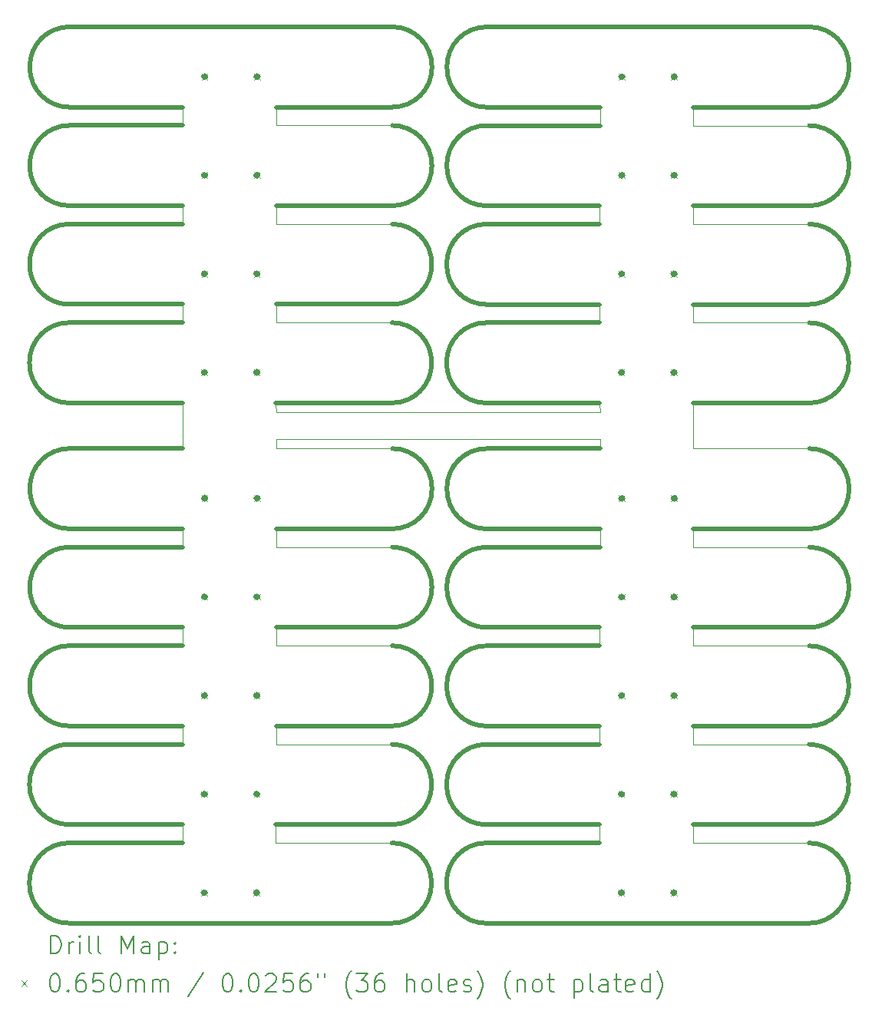
<source format=gbr>
%TF.GenerationSoftware,KiCad,Pcbnew,8.99.0-1678-gcd3e85b0b3*%
%TF.CreationDate,2024-07-13T23:24:52+07:00*%
%TF.ProjectId,dtb,6474622e-6b69-4636-9164-5f7063625858,rev?*%
%TF.SameCoordinates,Original*%
%TF.FileFunction,Drillmap*%
%TF.FilePolarity,Positive*%
%FSLAX45Y45*%
G04 Gerber Fmt 4.5, Leading zero omitted, Abs format (unit mm)*
G04 Created by KiCad (PCBNEW 8.99.0-1678-gcd3e85b0b3) date 2024-07-13 23:24:52*
%MOMM*%
%LPD*%
G01*
G04 APERTURE LIST*
%ADD10C,0.050000*%
%ADD11C,0.500000*%
%ADD12C,0.200000*%
%ADD13C,0.100000*%
G04 APERTURE END LIST*
D10*
X24290000Y-10290000D02*
X20720000Y-10290000D01*
X24291030Y-10393395D02*
X24290000Y-10290000D01*
X24290000Y-9990000D02*
X20720000Y-9990000D01*
X24286461Y-9889936D02*
X24290000Y-9990000D01*
D11*
X26597646Y-14743371D02*
G75*
G02*
X27032631Y-15181003I-12J-435005D01*
G01*
X24285131Y-15628320D02*
X23032636Y-15628320D01*
X24286311Y-14743371D02*
X23033815Y-14743371D01*
X27032631Y-15193305D02*
G75*
G02*
X26597616Y-15628320I-435015J0D01*
G01*
X26597616Y-15628320D02*
X24285131Y-15628320D01*
X24541131Y-15292335D02*
G75*
G02*
X24511131Y-15292335I-15000J0D01*
G01*
X24511131Y-15292335D02*
G75*
G02*
X24541131Y-15292335I15000J0D01*
G01*
D10*
X25316311Y-14540826D02*
X25316311Y-14743371D01*
D11*
X22597631Y-15178375D02*
G75*
G02*
X23033815Y-14743371I435005J0D01*
G01*
X25119131Y-15292335D02*
G75*
G02*
X25089131Y-15292335I-15000J0D01*
G01*
X25089131Y-15292335D02*
G75*
G02*
X25119131Y-15292335I15000J0D01*
G01*
X23032636Y-15628320D02*
G75*
G02*
X22597631Y-15193315I0J435005D01*
G01*
X22597631Y-15193315D02*
X22597631Y-15178375D01*
D10*
X25316311Y-14743371D02*
X26597646Y-14743371D01*
D11*
X27032631Y-15181003D02*
X27032631Y-15193305D01*
D10*
X24286311Y-14743371D02*
X24286311Y-14540826D01*
D11*
X24286461Y-9889936D02*
X23033965Y-9889936D01*
X23033965Y-9889936D02*
G75*
G02*
X22598961Y-9454931I0J435005D01*
G01*
D10*
X25317640Y-8802442D02*
X25317640Y-9004988D01*
D11*
X26598945Y-9889936D02*
X25316461Y-9889936D01*
D10*
X24287640Y-9004988D02*
X24287640Y-8802442D01*
D11*
X27033961Y-9442619D02*
X27033961Y-9454921D01*
X25120461Y-9553952D02*
G75*
G02*
X25090461Y-9553952I-15000J0D01*
G01*
X25090461Y-9553952D02*
G75*
G02*
X25120461Y-9553952I15000J0D01*
G01*
X24287640Y-9004988D02*
X23035145Y-9004988D01*
X22598961Y-9439991D02*
G75*
G02*
X23035145Y-9004988I435005J0D01*
G01*
D10*
X25317640Y-9004988D02*
X26598975Y-9004988D01*
D11*
X22598961Y-9454931D02*
X22598961Y-9439991D01*
X26598975Y-9004988D02*
G75*
G02*
X27033961Y-9442619I-9J-435003D01*
G01*
X27033961Y-9454921D02*
G75*
G02*
X26598945Y-9889936I-435015J0D01*
G01*
X24542461Y-9553952D02*
G75*
G02*
X24512461Y-9553952I-15000J0D01*
G01*
X24512461Y-9553952D02*
G75*
G02*
X24542461Y-9553952I15000J0D01*
G01*
D10*
X25319850Y-11480889D02*
X26601185Y-11480889D01*
D11*
X25122670Y-12029853D02*
G75*
G02*
X25092670Y-12029853I-15000J0D01*
G01*
X25092670Y-12029853D02*
G75*
G02*
X25122670Y-12029853I15000J0D01*
G01*
X27036170Y-11918521D02*
X27036170Y-11930823D01*
X27036170Y-11930823D02*
G75*
G02*
X26601155Y-12365838I-435015J0D01*
G01*
D10*
X24289850Y-11480889D02*
X24289850Y-11278344D01*
D11*
X26601155Y-12365838D02*
X25318670Y-12365838D01*
X24544670Y-12029853D02*
G75*
G02*
X24514670Y-12029853I-15000J0D01*
G01*
X24514670Y-12029853D02*
G75*
G02*
X24544670Y-12029853I15000J0D01*
G01*
X22601170Y-11930833D02*
X22601170Y-11915893D01*
X26601185Y-11480889D02*
G75*
G02*
X27036170Y-11918521I-12J-435005D01*
G01*
D10*
X25319850Y-11278344D02*
X25319850Y-11480889D01*
D11*
X24288670Y-12365838D02*
X23036175Y-12365838D01*
X24289850Y-11480889D02*
X23037355Y-11480889D01*
X23036175Y-12365838D02*
G75*
G02*
X22601170Y-11930833I0J435005D01*
G01*
X22601170Y-11915893D02*
G75*
G02*
X23037355Y-11480889I435005J0D01*
G01*
X23035145Y-8802442D02*
G75*
G02*
X22600141Y-8367437I0J435004D01*
G01*
X22600140Y-8352497D02*
G75*
G02*
X23036325Y-7917494I435005J0D01*
G01*
X24288820Y-7917494D02*
X23036325Y-7917494D01*
X27035140Y-8355125D02*
X27035140Y-8367427D01*
X24543640Y-8466458D02*
G75*
G02*
X24513640Y-8466458I-15000J0D01*
G01*
X24513640Y-8466458D02*
G75*
G02*
X24543640Y-8466458I15000J0D01*
G01*
X26600155Y-7917494D02*
G75*
G02*
X27035141Y-8355125I-9J-435003D01*
G01*
X25121640Y-8466458D02*
G75*
G02*
X25091640Y-8466458I-15000J0D01*
G01*
X25091640Y-8466458D02*
G75*
G02*
X25121640Y-8466458I15000J0D01*
G01*
X22600140Y-8367437D02*
X22600140Y-8352497D01*
D10*
X25318820Y-7917494D02*
X26600155Y-7917494D01*
X25318820Y-7714948D02*
X25318820Y-7917494D01*
X24288820Y-7917494D02*
X24288820Y-7714948D01*
D11*
X27035140Y-8367427D02*
G75*
G02*
X26600125Y-8802442I-435015J0D01*
G01*
X24287640Y-8802442D02*
X23035145Y-8802442D01*
X26600125Y-8802442D02*
X25317640Y-8802442D01*
X24290000Y-6830000D02*
X23037505Y-6830000D01*
X26602485Y-6627454D02*
X25320000Y-6627454D01*
X27036320Y-7267631D02*
X27036320Y-7279933D01*
X22601320Y-7265003D02*
G75*
G02*
X23037505Y-6830000I435005J0D01*
G01*
X22601320Y-7279943D02*
X22601320Y-7265003D01*
X26601335Y-6830000D02*
G75*
G02*
X27036320Y-7267631I-10J-435003D01*
G01*
X23036325Y-7714948D02*
G75*
G02*
X22601320Y-7279943I0J435005D01*
G01*
X24544820Y-7378964D02*
G75*
G02*
X24514820Y-7378964I-15000J0D01*
G01*
X24514820Y-7378964D02*
G75*
G02*
X24544820Y-7378964I15000J0D01*
G01*
X25122820Y-7378964D02*
G75*
G02*
X25092820Y-7378964I-15000J0D01*
G01*
X25092820Y-7378964D02*
G75*
G02*
X25122820Y-7378964I15000J0D01*
G01*
X27036320Y-7279933D02*
G75*
G02*
X26601305Y-7714948I-435015J0D01*
G01*
X24290000Y-6627454D02*
X23037505Y-6627454D01*
X25124000Y-6291470D02*
G75*
G02*
X25094000Y-6291470I-15000J0D01*
G01*
X25094000Y-6291470D02*
G75*
G02*
X25124000Y-6291470I15000J0D01*
G01*
X22602500Y-6177509D02*
G75*
G02*
X23038685Y-5742506I435005J0D01*
G01*
X27037500Y-6192439D02*
G75*
G02*
X26602485Y-6627454I-435015J0D01*
G01*
X22602500Y-6192449D02*
X22602500Y-6177509D01*
X27037500Y-6180137D02*
X27037500Y-6192439D01*
X23037505Y-6627454D02*
G75*
G02*
X22602500Y-6192449I0J435005D01*
G01*
X26602515Y-5742506D02*
G75*
G02*
X27037500Y-6180137I-10J-435003D01*
G01*
X24546000Y-6291470D02*
G75*
G02*
X24516000Y-6291470I-15000J0D01*
G01*
X24516000Y-6291470D02*
G75*
G02*
X24546000Y-6291470I15000J0D01*
G01*
X23038685Y-5742506D02*
X26602515Y-5742506D01*
X24288820Y-7714948D02*
X23036325Y-7714948D01*
D10*
X25320000Y-6830000D02*
X26601335Y-6830000D01*
D11*
X26601305Y-7714948D02*
X25318820Y-7714948D01*
D10*
X25320000Y-6627454D02*
X25320000Y-6830000D01*
X24290000Y-6830000D02*
X24290000Y-6627454D01*
D11*
X26598825Y-13655877D02*
G75*
G02*
X27033811Y-14093509I-12J-435005D01*
G01*
X22598811Y-14105821D02*
X22598811Y-14090881D01*
D10*
X25317490Y-13655877D02*
X26598825Y-13655877D01*
D11*
X24286311Y-14540826D02*
X23033815Y-14540826D01*
X26598795Y-14540826D02*
X25316311Y-14540826D01*
X27033811Y-14105811D02*
G75*
G02*
X26598795Y-14540826I-435015J0D01*
G01*
X25120311Y-14204841D02*
G75*
G02*
X25090311Y-14204841I-15000J0D01*
G01*
X25090311Y-14204841D02*
G75*
G02*
X25120311Y-14204841I15000J0D01*
G01*
X23033815Y-14540826D02*
G75*
G02*
X22598811Y-14105821I0J435005D01*
G01*
D10*
X25317490Y-13453332D02*
X25317490Y-13655877D01*
D11*
X24542311Y-14204841D02*
G75*
G02*
X24512311Y-14204841I-15000J0D01*
G01*
X24512311Y-14204841D02*
G75*
G02*
X24542311Y-14204841I15000J0D01*
G01*
X24287490Y-13655877D02*
X23034995Y-13655877D01*
X22598811Y-14090881D02*
G75*
G02*
X23034995Y-13655877I435005J0D01*
G01*
D10*
X24287490Y-13655877D02*
X24287490Y-13453332D01*
D11*
X27033811Y-14093509D02*
X27033811Y-14105811D01*
D10*
X25318670Y-12568383D02*
X26600005Y-12568383D01*
D11*
X27034990Y-13006015D02*
X27034990Y-13018317D01*
X26600005Y-12568383D02*
G75*
G02*
X27034991Y-13006015I-11J-435005D01*
G01*
X25121490Y-13117347D02*
G75*
G02*
X25091490Y-13117347I-15000J0D01*
G01*
X25091490Y-13117347D02*
G75*
G02*
X25121490Y-13117347I15000J0D01*
G01*
D10*
X25318670Y-12365838D02*
X25318670Y-12568383D01*
X24288670Y-12568383D02*
X24288670Y-12365838D01*
D11*
X24543490Y-13117347D02*
G75*
G02*
X24513490Y-13117347I-15000J0D01*
G01*
X24513490Y-13117347D02*
G75*
G02*
X24543490Y-13117347I15000J0D01*
G01*
X24287490Y-13453332D02*
X23034995Y-13453332D01*
X22599990Y-13018327D02*
X22599990Y-13003387D01*
X27034990Y-13018317D02*
G75*
G02*
X26599975Y-13453331I-435015J0D01*
G01*
X24288670Y-12568383D02*
X23036175Y-12568383D01*
X23034995Y-13453332D02*
G75*
G02*
X22599990Y-13018327I0J435005D01*
G01*
X22599990Y-13003387D02*
G75*
G02*
X23036175Y-12568383I435005J0D01*
G01*
X26599975Y-13453332D02*
X25317490Y-13453332D01*
X26602365Y-10393395D02*
G75*
G02*
X27037350Y-10831027I-12J-435005D01*
G01*
X24289850Y-11278344D02*
X23037355Y-11278344D01*
D10*
X25321030Y-10393395D02*
X26602365Y-10393395D01*
D11*
X23037355Y-11278344D02*
G75*
G02*
X22602350Y-10843339I0J435005D01*
G01*
X22602350Y-10828399D02*
G75*
G02*
X23038535Y-10393395I435005J0D01*
G01*
X25123850Y-10942359D02*
G75*
G02*
X25093850Y-10942359I-15000J0D01*
G01*
X25093850Y-10942359D02*
G75*
G02*
X25123850Y-10942359I15000J0D01*
G01*
X27037350Y-10843329D02*
G75*
G02*
X26602335Y-11278344I-435015J0D01*
G01*
X22602350Y-10843339D02*
X22602350Y-10828399D01*
X24545850Y-10942359D02*
G75*
G02*
X24515850Y-10942359I-15000J0D01*
G01*
X24515850Y-10942359D02*
G75*
G02*
X24545850Y-10942359I15000J0D01*
G01*
X26602335Y-11278344D02*
X25319850Y-11278344D01*
X24291030Y-10393395D02*
X23038535Y-10393395D01*
X27037350Y-10831027D02*
X27037350Y-10843329D01*
D10*
X25321030Y-10393395D02*
X25316461Y-9889936D01*
X20715431Y-9889087D02*
X20720000Y-9990000D01*
X19685431Y-9889087D02*
X19690000Y-10392546D01*
X20720000Y-10392546D02*
X20720000Y-10290000D01*
D11*
X17996601Y-15192465D02*
X17996601Y-15177525D01*
X22431601Y-15180153D02*
X22431601Y-15192455D01*
X19940101Y-15291485D02*
G75*
G02*
X19910101Y-15291485I-15000J0D01*
G01*
X19910101Y-15291485D02*
G75*
G02*
X19940101Y-15291485I15000J0D01*
G01*
X22431601Y-15192455D02*
G75*
G02*
X21996586Y-15627470I-435015J0D01*
G01*
X21996616Y-14742522D02*
G75*
G02*
X22431600Y-15180153I-11J-435003D01*
G01*
X20518101Y-15291485D02*
G75*
G02*
X20488101Y-15291485I-15000J0D01*
G01*
X20488101Y-15291485D02*
G75*
G02*
X20518101Y-15291485I15000J0D01*
G01*
D10*
X20715281Y-14539976D02*
X20715281Y-14742522D01*
X19685281Y-14742522D02*
X19685281Y-14539976D01*
D11*
X19684101Y-15627470D02*
X18431606Y-15627470D01*
X21996586Y-15627470D02*
X19684101Y-15627470D01*
D10*
X20715281Y-14742522D02*
X21996616Y-14742522D01*
D11*
X19685281Y-14742522D02*
X18432786Y-14742522D01*
X18431606Y-15627470D02*
G75*
G02*
X17996601Y-15192465I0J435005D01*
G01*
X17996601Y-15177525D02*
G75*
G02*
X18432786Y-14742522I435005J0D01*
G01*
X17997781Y-14104971D02*
X17997781Y-14090031D01*
X22432781Y-14092659D02*
X22432781Y-14104961D01*
X19941281Y-14203991D02*
G75*
G02*
X19911281Y-14203991I-15000J0D01*
G01*
X19911281Y-14203991D02*
G75*
G02*
X19941281Y-14203991I15000J0D01*
G01*
X22432781Y-14104961D02*
G75*
G02*
X21997766Y-14539976I-435015J0D01*
G01*
X21997796Y-13655028D02*
G75*
G02*
X22432780Y-14092659I-11J-435003D01*
G01*
X20519281Y-14203991D02*
G75*
G02*
X20489281Y-14203991I-15000J0D01*
G01*
X20489281Y-14203991D02*
G75*
G02*
X20519281Y-14203991I15000J0D01*
G01*
D10*
X20716461Y-13452482D02*
X20716461Y-13655028D01*
X19686461Y-13655028D02*
X19686461Y-13452482D01*
D11*
X19685281Y-14539976D02*
X18432786Y-14539976D01*
X21997766Y-14539976D02*
X20715281Y-14539976D01*
D10*
X20716461Y-13655028D02*
X21997796Y-13655028D01*
D11*
X19686461Y-13655028D02*
X18433965Y-13655028D01*
X18432786Y-14539976D02*
G75*
G02*
X17997781Y-14104971I0J435005D01*
G01*
X17997781Y-14090031D02*
G75*
G02*
X18433965Y-13655028I435005J0D01*
G01*
X17998961Y-13017477D02*
X17998961Y-13002537D01*
X22433961Y-13005165D02*
X22433961Y-13017467D01*
X19942461Y-13116497D02*
G75*
G02*
X19912461Y-13116497I-15000J0D01*
G01*
X19912461Y-13116497D02*
G75*
G02*
X19942461Y-13116497I15000J0D01*
G01*
X22433961Y-13017467D02*
G75*
G02*
X21998945Y-13452482I-435015J0D01*
G01*
X21998975Y-12567534D02*
G75*
G02*
X22433960Y-13005165I-11J-435003D01*
G01*
X20520461Y-13116497D02*
G75*
G02*
X20490461Y-13116497I-15000J0D01*
G01*
X20490461Y-13116497D02*
G75*
G02*
X20520461Y-13116497I15000J0D01*
G01*
D10*
X20717640Y-12364988D02*
X20717640Y-12567534D01*
X19687640Y-12567534D02*
X19687640Y-12364988D01*
D11*
X19686461Y-13452482D02*
X18433965Y-13452482D01*
X21998945Y-13452482D02*
X20716461Y-13452482D01*
D10*
X20717640Y-12567534D02*
X21998975Y-12567534D01*
D11*
X19687640Y-12567534D02*
X18435145Y-12567534D01*
X18433965Y-13452482D02*
G75*
G02*
X17998961Y-13017477I0J435005D01*
G01*
X17998961Y-13002537D02*
G75*
G02*
X18435145Y-12567534I435005J0D01*
G01*
X18000140Y-11929983D02*
X18000140Y-11915043D01*
X22435140Y-11917671D02*
X22435140Y-11929973D01*
X19943640Y-12029003D02*
G75*
G02*
X19913640Y-12029003I-15000J0D01*
G01*
X19913640Y-12029003D02*
G75*
G02*
X19943640Y-12029003I15000J0D01*
G01*
X22435140Y-11929973D02*
G75*
G02*
X22000125Y-12364988I-435015J0D01*
G01*
X22000155Y-11480040D02*
G75*
G02*
X22435140Y-11917671I-11J-435003D01*
G01*
X20521640Y-12029003D02*
G75*
G02*
X20491640Y-12029003I-15000J0D01*
G01*
X20491640Y-12029003D02*
G75*
G02*
X20521640Y-12029003I15000J0D01*
G01*
D10*
X20718820Y-11277494D02*
X20718820Y-11480040D01*
X19688820Y-11480040D02*
X19688820Y-11277494D01*
D11*
X19687640Y-12364988D02*
X18435145Y-12364988D01*
X22000125Y-12364988D02*
X20717640Y-12364988D01*
D10*
X20718820Y-11480040D02*
X22000155Y-11480040D01*
D11*
X19688820Y-11480040D02*
X18436325Y-11480040D01*
X18435145Y-12364988D02*
G75*
G02*
X18000140Y-11929983I0J435005D01*
G01*
X18000140Y-11915043D02*
G75*
G02*
X18436325Y-11480040I435005J0D01*
G01*
X22436320Y-10830177D02*
X22436320Y-10842479D01*
X19690000Y-10392546D02*
X18437505Y-10392546D01*
X22001305Y-11277494D02*
X20718820Y-11277494D01*
X19944820Y-10941510D02*
G75*
G02*
X19914820Y-10941510I-15000J0D01*
G01*
X19914820Y-10941510D02*
G75*
G02*
X19944820Y-10941510I15000J0D01*
G01*
X18001320Y-10842489D02*
X18001320Y-10827549D01*
X22436320Y-10842479D02*
G75*
G02*
X22001305Y-11277494I-435015J0D01*
G01*
X20522820Y-10941510D02*
G75*
G02*
X20492820Y-10941510I-15000J0D01*
G01*
X20492820Y-10941510D02*
G75*
G02*
X20522820Y-10941510I15000J0D01*
G01*
X18001320Y-10827549D02*
G75*
G02*
X18437505Y-10392546I435005J0D01*
G01*
X18436325Y-11277494D02*
G75*
G02*
X18001320Y-10842489I0J435005D01*
G01*
D10*
X20720000Y-10392546D02*
X22001335Y-10392546D01*
D11*
X19688820Y-11277494D02*
X18436325Y-11277494D01*
X22001335Y-10392546D02*
G75*
G02*
X22436319Y-10830177I-11J-435003D01*
G01*
X21997916Y-9889087D02*
X20715431Y-9889087D01*
X19686611Y-9004138D02*
X18434115Y-9004138D01*
X22432931Y-9441770D02*
X22432931Y-9454072D01*
X17997931Y-9439142D02*
G75*
G02*
X18434115Y-9004138I435005J0D01*
G01*
X17997931Y-9454082D02*
X17997931Y-9439142D01*
X21997946Y-9004138D02*
G75*
G02*
X22432931Y-9441770I-10J-435003D01*
G01*
X18432936Y-9889087D02*
G75*
G02*
X17997931Y-9454082I0J435005D01*
G01*
X19941431Y-9553102D02*
G75*
G02*
X19911431Y-9553102I-15000J0D01*
G01*
X19911431Y-9553102D02*
G75*
G02*
X19941431Y-9553102I15000J0D01*
G01*
X20519431Y-9553102D02*
G75*
G02*
X20489431Y-9553102I-15000J0D01*
G01*
X20489431Y-9553102D02*
G75*
G02*
X20519431Y-9553102I15000J0D01*
G01*
X22432931Y-9454072D02*
G75*
G02*
X21997916Y-9889087I-435015J0D01*
G01*
X19685431Y-9889087D02*
X18432936Y-9889087D01*
D10*
X20716611Y-9004138D02*
X21997946Y-9004138D01*
X20716611Y-8801593D02*
X20716611Y-9004138D01*
X19686611Y-9004138D02*
X19686611Y-8801593D01*
D11*
X19687790Y-7916644D02*
X18435295Y-7916644D01*
X22434110Y-8354276D02*
X22434110Y-8366578D01*
X17999111Y-8351648D02*
G75*
G02*
X18435295Y-7916644I435005J0D01*
G01*
X17999111Y-8366588D02*
X17999111Y-8351648D01*
X21999125Y-7916644D02*
G75*
G02*
X22434111Y-8354276I-10J-435003D01*
G01*
X18434115Y-8801593D02*
G75*
G02*
X17999111Y-8366588I0J435005D01*
G01*
X19942611Y-8465608D02*
G75*
G02*
X19912611Y-8465608I-15000J0D01*
G01*
X19912611Y-8465608D02*
G75*
G02*
X19942611Y-8465608I15000J0D01*
G01*
X20520611Y-8465608D02*
G75*
G02*
X20490611Y-8465608I-15000J0D01*
G01*
X20490611Y-8465608D02*
G75*
G02*
X20520611Y-8465608I15000J0D01*
G01*
X22434110Y-8366578D02*
G75*
G02*
X21999095Y-8801593I-435015J0D01*
G01*
X19686611Y-8801593D02*
X18434115Y-8801593D01*
D10*
X20717790Y-7916644D02*
X21999125Y-7916644D01*
D11*
X21999095Y-8801593D02*
X20716611Y-8801593D01*
D10*
X20717790Y-7714099D02*
X20717790Y-7916644D01*
X19687790Y-7916644D02*
X19687790Y-7714099D01*
D11*
X22000275Y-7714099D02*
X20717790Y-7714099D01*
X19687790Y-7714099D02*
X18435295Y-7714099D01*
D10*
X20718970Y-6829150D02*
X22000305Y-6829150D01*
X19688970Y-6829150D02*
X19688970Y-6626605D01*
X20718970Y-6626605D02*
X20718970Y-6829150D01*
D11*
X18437655Y-5741656D02*
X22001485Y-5741656D01*
X19944970Y-6290620D02*
G75*
G02*
X19914970Y-6290620I-15000J0D01*
G01*
X19914970Y-6290620D02*
G75*
G02*
X19944970Y-6290620I15000J0D01*
G01*
X22001485Y-5741656D02*
G75*
G02*
X22436470Y-6179288I-10J-435003D01*
G01*
X18436475Y-6626605D02*
G75*
G02*
X18001470Y-6191600I0J435005D01*
G01*
X22436470Y-6179288D02*
X22436470Y-6191590D01*
X18001470Y-6191600D02*
X18001470Y-6176660D01*
X22436470Y-6191590D02*
G75*
G02*
X22001455Y-6626605I-435015J0D01*
G01*
X18001470Y-6176660D02*
G75*
G02*
X18437655Y-5741656I435005J0D01*
G01*
X20522970Y-6290620D02*
G75*
G02*
X20492970Y-6290620I-15000J0D01*
G01*
X20492970Y-6290620D02*
G75*
G02*
X20522970Y-6290620I15000J0D01*
G01*
X19688970Y-6626605D02*
X18436475Y-6626605D01*
X22435290Y-7279084D02*
G75*
G02*
X22000275Y-7714099I-435015J0D01*
G01*
X20521790Y-7378114D02*
G75*
G02*
X20491790Y-7378114I-15000J0D01*
G01*
X20491790Y-7378114D02*
G75*
G02*
X20521790Y-7378114I15000J0D01*
G01*
X19943790Y-7378114D02*
G75*
G02*
X19913790Y-7378114I-15000J0D01*
G01*
X19913790Y-7378114D02*
G75*
G02*
X19943790Y-7378114I15000J0D01*
G01*
X18435295Y-7714099D02*
G75*
G02*
X18000290Y-7279094I0J435005D01*
G01*
X22000305Y-6829150D02*
G75*
G02*
X22435290Y-7266782I-10J-435003D01*
G01*
X18000290Y-7279094D02*
X18000290Y-7264154D01*
X18000290Y-7264154D02*
G75*
G02*
X18436475Y-6829150I435005J0D01*
G01*
X22435290Y-7266782D02*
X22435290Y-7279084D01*
X22001455Y-6626605D02*
X20718970Y-6626605D01*
X19688970Y-6829150D02*
X18436475Y-6829150D01*
D12*
D13*
X19892656Y-15258565D02*
X19957656Y-15323565D01*
X19957656Y-15258565D02*
X19892656Y-15323565D01*
X19893836Y-14171071D02*
X19958836Y-14236071D01*
X19958836Y-14171071D02*
X19893836Y-14236071D01*
X19893986Y-9520182D02*
X19958986Y-9585182D01*
X19958986Y-9520182D02*
X19893986Y-9585182D01*
X19895015Y-13083577D02*
X19960015Y-13148577D01*
X19960015Y-13083577D02*
X19895015Y-13148577D01*
X19895165Y-8432688D02*
X19960165Y-8497688D01*
X19960165Y-8432688D02*
X19895165Y-8497688D01*
X19896195Y-11996083D02*
X19961195Y-12061083D01*
X19961195Y-11996083D02*
X19896195Y-12061083D01*
X19896345Y-7345194D02*
X19961345Y-7410194D01*
X19961345Y-7345194D02*
X19896345Y-7410194D01*
X19897375Y-10908589D02*
X19962375Y-10973589D01*
X19962375Y-10908589D02*
X19897375Y-10973589D01*
X19897525Y-6257700D02*
X19962525Y-6322700D01*
X19962525Y-6257700D02*
X19897525Y-6322700D01*
X20470656Y-15258565D02*
X20535656Y-15323565D01*
X20535656Y-15258565D02*
X20470656Y-15323565D01*
X20471836Y-14171071D02*
X20536836Y-14236071D01*
X20536836Y-14171071D02*
X20471836Y-14236071D01*
X20471986Y-9520182D02*
X20536986Y-9585182D01*
X20536986Y-9520182D02*
X20471986Y-9585182D01*
X20473015Y-13083577D02*
X20538015Y-13148577D01*
X20538015Y-13083577D02*
X20473015Y-13148577D01*
X20473165Y-8432688D02*
X20538165Y-8497688D01*
X20538165Y-8432688D02*
X20473165Y-8497688D01*
X20474195Y-11996083D02*
X20539195Y-12061083D01*
X20539195Y-11996083D02*
X20474195Y-12061083D01*
X20474345Y-7345194D02*
X20539345Y-7410194D01*
X20539345Y-7345194D02*
X20474345Y-7410194D01*
X20475375Y-10908589D02*
X20540375Y-10973589D01*
X20540375Y-10908589D02*
X20475375Y-10973589D01*
X20475525Y-6257700D02*
X20540525Y-6322700D01*
X20540525Y-6257700D02*
X20475525Y-6322700D01*
X24493686Y-15259415D02*
X24558686Y-15324415D01*
X24558686Y-15259415D02*
X24493686Y-15324415D01*
X24494865Y-14171921D02*
X24559865Y-14236921D01*
X24559865Y-14171921D02*
X24494865Y-14236921D01*
X24495015Y-9521031D02*
X24560015Y-9586031D01*
X24560015Y-9521031D02*
X24495015Y-9586031D01*
X24496045Y-13084427D02*
X24561045Y-13149427D01*
X24561045Y-13084427D02*
X24496045Y-13149427D01*
X24496195Y-8433537D02*
X24561195Y-8498537D01*
X24561195Y-8433537D02*
X24496195Y-8498537D01*
X24497225Y-11996933D02*
X24562225Y-12061933D01*
X24562225Y-11996933D02*
X24497225Y-12061933D01*
X24497375Y-7346043D02*
X24562375Y-7411043D01*
X24562375Y-7346043D02*
X24497375Y-7411043D01*
X24498405Y-10909439D02*
X24563405Y-10974439D01*
X24563405Y-10909439D02*
X24498405Y-10974439D01*
X24498555Y-6258549D02*
X24563555Y-6323549D01*
X24563555Y-6258549D02*
X24498555Y-6323549D01*
X25071686Y-15259415D02*
X25136686Y-15324415D01*
X25136686Y-15259415D02*
X25071686Y-15324415D01*
X25072865Y-14171921D02*
X25137865Y-14236921D01*
X25137865Y-14171921D02*
X25072865Y-14236921D01*
X25073015Y-9521031D02*
X25138015Y-9586031D01*
X25138015Y-9521031D02*
X25073015Y-9586031D01*
X25074045Y-13084427D02*
X25139045Y-13149427D01*
X25139045Y-13084427D02*
X25074045Y-13149427D01*
X25074195Y-8433537D02*
X25139195Y-8498537D01*
X25139195Y-8433537D02*
X25074195Y-8498537D01*
X25075225Y-11996933D02*
X25140225Y-12061933D01*
X25140225Y-11996933D02*
X25075225Y-12061933D01*
X25075375Y-7346043D02*
X25140375Y-7411043D01*
X25140375Y-7346043D02*
X25075375Y-7411043D01*
X25076405Y-10909439D02*
X25141405Y-10974439D01*
X25141405Y-10909439D02*
X25076405Y-10974439D01*
X25076555Y-6258549D02*
X25141555Y-6323549D01*
X25141555Y-6258549D02*
X25076555Y-6323549D01*
D12*
X18232378Y-15964804D02*
X18232378Y-15764804D01*
X18232378Y-15764804D02*
X18279997Y-15764804D01*
X18279997Y-15764804D02*
X18308568Y-15774327D01*
X18308568Y-15774327D02*
X18327616Y-15793375D01*
X18327616Y-15793375D02*
X18337140Y-15812423D01*
X18337140Y-15812423D02*
X18346664Y-15850518D01*
X18346664Y-15850518D02*
X18346664Y-15879089D01*
X18346664Y-15879089D02*
X18337140Y-15917185D01*
X18337140Y-15917185D02*
X18327616Y-15936232D01*
X18327616Y-15936232D02*
X18308568Y-15955280D01*
X18308568Y-15955280D02*
X18279997Y-15964804D01*
X18279997Y-15964804D02*
X18232378Y-15964804D01*
X18432378Y-15964804D02*
X18432378Y-15831470D01*
X18432378Y-15869566D02*
X18441902Y-15850518D01*
X18441902Y-15850518D02*
X18451425Y-15840994D01*
X18451425Y-15840994D02*
X18470473Y-15831470D01*
X18470473Y-15831470D02*
X18489521Y-15831470D01*
X18556187Y-15964804D02*
X18556187Y-15831470D01*
X18556187Y-15764804D02*
X18546664Y-15774327D01*
X18546664Y-15774327D02*
X18556187Y-15783851D01*
X18556187Y-15783851D02*
X18565711Y-15774327D01*
X18565711Y-15774327D02*
X18556187Y-15764804D01*
X18556187Y-15764804D02*
X18556187Y-15783851D01*
X18679997Y-15964804D02*
X18660949Y-15955280D01*
X18660949Y-15955280D02*
X18651425Y-15936232D01*
X18651425Y-15936232D02*
X18651425Y-15764804D01*
X18784759Y-15964804D02*
X18765711Y-15955280D01*
X18765711Y-15955280D02*
X18756187Y-15936232D01*
X18756187Y-15936232D02*
X18756187Y-15764804D01*
X19013330Y-15964804D02*
X19013330Y-15764804D01*
X19013330Y-15764804D02*
X19079997Y-15907661D01*
X19079997Y-15907661D02*
X19146664Y-15764804D01*
X19146664Y-15764804D02*
X19146664Y-15964804D01*
X19327616Y-15964804D02*
X19327616Y-15860042D01*
X19327616Y-15860042D02*
X19318092Y-15840994D01*
X19318092Y-15840994D02*
X19299045Y-15831470D01*
X19299045Y-15831470D02*
X19260949Y-15831470D01*
X19260949Y-15831470D02*
X19241902Y-15840994D01*
X19327616Y-15955280D02*
X19308568Y-15964804D01*
X19308568Y-15964804D02*
X19260949Y-15964804D01*
X19260949Y-15964804D02*
X19241902Y-15955280D01*
X19241902Y-15955280D02*
X19232378Y-15936232D01*
X19232378Y-15936232D02*
X19232378Y-15917185D01*
X19232378Y-15917185D02*
X19241902Y-15898137D01*
X19241902Y-15898137D02*
X19260949Y-15888613D01*
X19260949Y-15888613D02*
X19308568Y-15888613D01*
X19308568Y-15888613D02*
X19327616Y-15879089D01*
X19422854Y-15831470D02*
X19422854Y-16031470D01*
X19422854Y-15840994D02*
X19441902Y-15831470D01*
X19441902Y-15831470D02*
X19479997Y-15831470D01*
X19479997Y-15831470D02*
X19499045Y-15840994D01*
X19499045Y-15840994D02*
X19508568Y-15850518D01*
X19508568Y-15850518D02*
X19518092Y-15869566D01*
X19518092Y-15869566D02*
X19518092Y-15926708D01*
X19518092Y-15926708D02*
X19508568Y-15945756D01*
X19508568Y-15945756D02*
X19499045Y-15955280D01*
X19499045Y-15955280D02*
X19479997Y-15964804D01*
X19479997Y-15964804D02*
X19441902Y-15964804D01*
X19441902Y-15964804D02*
X19422854Y-15955280D01*
X19603806Y-15945756D02*
X19613330Y-15955280D01*
X19613330Y-15955280D02*
X19603806Y-15964804D01*
X19603806Y-15964804D02*
X19594283Y-15955280D01*
X19594283Y-15955280D02*
X19603806Y-15945756D01*
X19603806Y-15945756D02*
X19603806Y-15964804D01*
X19603806Y-15840994D02*
X19613330Y-15850518D01*
X19613330Y-15850518D02*
X19603806Y-15860042D01*
X19603806Y-15860042D02*
X19594283Y-15850518D01*
X19594283Y-15850518D02*
X19603806Y-15840994D01*
X19603806Y-15840994D02*
X19603806Y-15860042D01*
D13*
X17906601Y-16260820D02*
X17971601Y-16325820D01*
X17971601Y-16260820D02*
X17906601Y-16325820D01*
D12*
X18270473Y-16184804D02*
X18289521Y-16184804D01*
X18289521Y-16184804D02*
X18308568Y-16194327D01*
X18308568Y-16194327D02*
X18318092Y-16203851D01*
X18318092Y-16203851D02*
X18327616Y-16222899D01*
X18327616Y-16222899D02*
X18337140Y-16260994D01*
X18337140Y-16260994D02*
X18337140Y-16308613D01*
X18337140Y-16308613D02*
X18327616Y-16346708D01*
X18327616Y-16346708D02*
X18318092Y-16365756D01*
X18318092Y-16365756D02*
X18308568Y-16375280D01*
X18308568Y-16375280D02*
X18289521Y-16384804D01*
X18289521Y-16384804D02*
X18270473Y-16384804D01*
X18270473Y-16384804D02*
X18251425Y-16375280D01*
X18251425Y-16375280D02*
X18241902Y-16365756D01*
X18241902Y-16365756D02*
X18232378Y-16346708D01*
X18232378Y-16346708D02*
X18222854Y-16308613D01*
X18222854Y-16308613D02*
X18222854Y-16260994D01*
X18222854Y-16260994D02*
X18232378Y-16222899D01*
X18232378Y-16222899D02*
X18241902Y-16203851D01*
X18241902Y-16203851D02*
X18251425Y-16194327D01*
X18251425Y-16194327D02*
X18270473Y-16184804D01*
X18422854Y-16365756D02*
X18432378Y-16375280D01*
X18432378Y-16375280D02*
X18422854Y-16384804D01*
X18422854Y-16384804D02*
X18413330Y-16375280D01*
X18413330Y-16375280D02*
X18422854Y-16365756D01*
X18422854Y-16365756D02*
X18422854Y-16384804D01*
X18603806Y-16184804D02*
X18565711Y-16184804D01*
X18565711Y-16184804D02*
X18546664Y-16194327D01*
X18546664Y-16194327D02*
X18537140Y-16203851D01*
X18537140Y-16203851D02*
X18518092Y-16232423D01*
X18518092Y-16232423D02*
X18508568Y-16270518D01*
X18508568Y-16270518D02*
X18508568Y-16346708D01*
X18508568Y-16346708D02*
X18518092Y-16365756D01*
X18518092Y-16365756D02*
X18527616Y-16375280D01*
X18527616Y-16375280D02*
X18546664Y-16384804D01*
X18546664Y-16384804D02*
X18584759Y-16384804D01*
X18584759Y-16384804D02*
X18603806Y-16375280D01*
X18603806Y-16375280D02*
X18613330Y-16365756D01*
X18613330Y-16365756D02*
X18622854Y-16346708D01*
X18622854Y-16346708D02*
X18622854Y-16299089D01*
X18622854Y-16299089D02*
X18613330Y-16280042D01*
X18613330Y-16280042D02*
X18603806Y-16270518D01*
X18603806Y-16270518D02*
X18584759Y-16260994D01*
X18584759Y-16260994D02*
X18546664Y-16260994D01*
X18546664Y-16260994D02*
X18527616Y-16270518D01*
X18527616Y-16270518D02*
X18518092Y-16280042D01*
X18518092Y-16280042D02*
X18508568Y-16299089D01*
X18803806Y-16184804D02*
X18708568Y-16184804D01*
X18708568Y-16184804D02*
X18699045Y-16280042D01*
X18699045Y-16280042D02*
X18708568Y-16270518D01*
X18708568Y-16270518D02*
X18727616Y-16260994D01*
X18727616Y-16260994D02*
X18775235Y-16260994D01*
X18775235Y-16260994D02*
X18794283Y-16270518D01*
X18794283Y-16270518D02*
X18803806Y-16280042D01*
X18803806Y-16280042D02*
X18813330Y-16299089D01*
X18813330Y-16299089D02*
X18813330Y-16346708D01*
X18813330Y-16346708D02*
X18803806Y-16365756D01*
X18803806Y-16365756D02*
X18794283Y-16375280D01*
X18794283Y-16375280D02*
X18775235Y-16384804D01*
X18775235Y-16384804D02*
X18727616Y-16384804D01*
X18727616Y-16384804D02*
X18708568Y-16375280D01*
X18708568Y-16375280D02*
X18699045Y-16365756D01*
X18937140Y-16184804D02*
X18956187Y-16184804D01*
X18956187Y-16184804D02*
X18975235Y-16194327D01*
X18975235Y-16194327D02*
X18984759Y-16203851D01*
X18984759Y-16203851D02*
X18994283Y-16222899D01*
X18994283Y-16222899D02*
X19003806Y-16260994D01*
X19003806Y-16260994D02*
X19003806Y-16308613D01*
X19003806Y-16308613D02*
X18994283Y-16346708D01*
X18994283Y-16346708D02*
X18984759Y-16365756D01*
X18984759Y-16365756D02*
X18975235Y-16375280D01*
X18975235Y-16375280D02*
X18956187Y-16384804D01*
X18956187Y-16384804D02*
X18937140Y-16384804D01*
X18937140Y-16384804D02*
X18918092Y-16375280D01*
X18918092Y-16375280D02*
X18908568Y-16365756D01*
X18908568Y-16365756D02*
X18899045Y-16346708D01*
X18899045Y-16346708D02*
X18889521Y-16308613D01*
X18889521Y-16308613D02*
X18889521Y-16260994D01*
X18889521Y-16260994D02*
X18899045Y-16222899D01*
X18899045Y-16222899D02*
X18908568Y-16203851D01*
X18908568Y-16203851D02*
X18918092Y-16194327D01*
X18918092Y-16194327D02*
X18937140Y-16184804D01*
X19089521Y-16384804D02*
X19089521Y-16251470D01*
X19089521Y-16270518D02*
X19099045Y-16260994D01*
X19099045Y-16260994D02*
X19118092Y-16251470D01*
X19118092Y-16251470D02*
X19146664Y-16251470D01*
X19146664Y-16251470D02*
X19165711Y-16260994D01*
X19165711Y-16260994D02*
X19175235Y-16280042D01*
X19175235Y-16280042D02*
X19175235Y-16384804D01*
X19175235Y-16280042D02*
X19184759Y-16260994D01*
X19184759Y-16260994D02*
X19203806Y-16251470D01*
X19203806Y-16251470D02*
X19232378Y-16251470D01*
X19232378Y-16251470D02*
X19251426Y-16260994D01*
X19251426Y-16260994D02*
X19260949Y-16280042D01*
X19260949Y-16280042D02*
X19260949Y-16384804D01*
X19356187Y-16384804D02*
X19356187Y-16251470D01*
X19356187Y-16270518D02*
X19365711Y-16260994D01*
X19365711Y-16260994D02*
X19384759Y-16251470D01*
X19384759Y-16251470D02*
X19413330Y-16251470D01*
X19413330Y-16251470D02*
X19432378Y-16260994D01*
X19432378Y-16260994D02*
X19441902Y-16280042D01*
X19441902Y-16280042D02*
X19441902Y-16384804D01*
X19441902Y-16280042D02*
X19451426Y-16260994D01*
X19451426Y-16260994D02*
X19470473Y-16251470D01*
X19470473Y-16251470D02*
X19499045Y-16251470D01*
X19499045Y-16251470D02*
X19518092Y-16260994D01*
X19518092Y-16260994D02*
X19527616Y-16280042D01*
X19527616Y-16280042D02*
X19527616Y-16384804D01*
X19918092Y-16175280D02*
X19746664Y-16432423D01*
X20175235Y-16184804D02*
X20194283Y-16184804D01*
X20194283Y-16184804D02*
X20213330Y-16194327D01*
X20213330Y-16194327D02*
X20222854Y-16203851D01*
X20222854Y-16203851D02*
X20232378Y-16222899D01*
X20232378Y-16222899D02*
X20241902Y-16260994D01*
X20241902Y-16260994D02*
X20241902Y-16308613D01*
X20241902Y-16308613D02*
X20232378Y-16346708D01*
X20232378Y-16346708D02*
X20222854Y-16365756D01*
X20222854Y-16365756D02*
X20213330Y-16375280D01*
X20213330Y-16375280D02*
X20194283Y-16384804D01*
X20194283Y-16384804D02*
X20175235Y-16384804D01*
X20175235Y-16384804D02*
X20156188Y-16375280D01*
X20156188Y-16375280D02*
X20146664Y-16365756D01*
X20146664Y-16365756D02*
X20137140Y-16346708D01*
X20137140Y-16346708D02*
X20127616Y-16308613D01*
X20127616Y-16308613D02*
X20127616Y-16260994D01*
X20127616Y-16260994D02*
X20137140Y-16222899D01*
X20137140Y-16222899D02*
X20146664Y-16203851D01*
X20146664Y-16203851D02*
X20156188Y-16194327D01*
X20156188Y-16194327D02*
X20175235Y-16184804D01*
X20327616Y-16365756D02*
X20337140Y-16375280D01*
X20337140Y-16375280D02*
X20327616Y-16384804D01*
X20327616Y-16384804D02*
X20318092Y-16375280D01*
X20318092Y-16375280D02*
X20327616Y-16365756D01*
X20327616Y-16365756D02*
X20327616Y-16384804D01*
X20460949Y-16184804D02*
X20479997Y-16184804D01*
X20479997Y-16184804D02*
X20499045Y-16194327D01*
X20499045Y-16194327D02*
X20508569Y-16203851D01*
X20508569Y-16203851D02*
X20518092Y-16222899D01*
X20518092Y-16222899D02*
X20527616Y-16260994D01*
X20527616Y-16260994D02*
X20527616Y-16308613D01*
X20527616Y-16308613D02*
X20518092Y-16346708D01*
X20518092Y-16346708D02*
X20508569Y-16365756D01*
X20508569Y-16365756D02*
X20499045Y-16375280D01*
X20499045Y-16375280D02*
X20479997Y-16384804D01*
X20479997Y-16384804D02*
X20460949Y-16384804D01*
X20460949Y-16384804D02*
X20441902Y-16375280D01*
X20441902Y-16375280D02*
X20432378Y-16365756D01*
X20432378Y-16365756D02*
X20422854Y-16346708D01*
X20422854Y-16346708D02*
X20413330Y-16308613D01*
X20413330Y-16308613D02*
X20413330Y-16260994D01*
X20413330Y-16260994D02*
X20422854Y-16222899D01*
X20422854Y-16222899D02*
X20432378Y-16203851D01*
X20432378Y-16203851D02*
X20441902Y-16194327D01*
X20441902Y-16194327D02*
X20460949Y-16184804D01*
X20603807Y-16203851D02*
X20613330Y-16194327D01*
X20613330Y-16194327D02*
X20632378Y-16184804D01*
X20632378Y-16184804D02*
X20679997Y-16184804D01*
X20679997Y-16184804D02*
X20699045Y-16194327D01*
X20699045Y-16194327D02*
X20708569Y-16203851D01*
X20708569Y-16203851D02*
X20718092Y-16222899D01*
X20718092Y-16222899D02*
X20718092Y-16241946D01*
X20718092Y-16241946D02*
X20708569Y-16270518D01*
X20708569Y-16270518D02*
X20594283Y-16384804D01*
X20594283Y-16384804D02*
X20718092Y-16384804D01*
X20899045Y-16184804D02*
X20803807Y-16184804D01*
X20803807Y-16184804D02*
X20794283Y-16280042D01*
X20794283Y-16280042D02*
X20803807Y-16270518D01*
X20803807Y-16270518D02*
X20822854Y-16260994D01*
X20822854Y-16260994D02*
X20870473Y-16260994D01*
X20870473Y-16260994D02*
X20889521Y-16270518D01*
X20889521Y-16270518D02*
X20899045Y-16280042D01*
X20899045Y-16280042D02*
X20908569Y-16299089D01*
X20908569Y-16299089D02*
X20908569Y-16346708D01*
X20908569Y-16346708D02*
X20899045Y-16365756D01*
X20899045Y-16365756D02*
X20889521Y-16375280D01*
X20889521Y-16375280D02*
X20870473Y-16384804D01*
X20870473Y-16384804D02*
X20822854Y-16384804D01*
X20822854Y-16384804D02*
X20803807Y-16375280D01*
X20803807Y-16375280D02*
X20794283Y-16365756D01*
X21079997Y-16184804D02*
X21041902Y-16184804D01*
X21041902Y-16184804D02*
X21022854Y-16194327D01*
X21022854Y-16194327D02*
X21013330Y-16203851D01*
X21013330Y-16203851D02*
X20994283Y-16232423D01*
X20994283Y-16232423D02*
X20984759Y-16270518D01*
X20984759Y-16270518D02*
X20984759Y-16346708D01*
X20984759Y-16346708D02*
X20994283Y-16365756D01*
X20994283Y-16365756D02*
X21003807Y-16375280D01*
X21003807Y-16375280D02*
X21022854Y-16384804D01*
X21022854Y-16384804D02*
X21060950Y-16384804D01*
X21060950Y-16384804D02*
X21079997Y-16375280D01*
X21079997Y-16375280D02*
X21089521Y-16365756D01*
X21089521Y-16365756D02*
X21099045Y-16346708D01*
X21099045Y-16346708D02*
X21099045Y-16299089D01*
X21099045Y-16299089D02*
X21089521Y-16280042D01*
X21089521Y-16280042D02*
X21079997Y-16270518D01*
X21079997Y-16270518D02*
X21060950Y-16260994D01*
X21060950Y-16260994D02*
X21022854Y-16260994D01*
X21022854Y-16260994D02*
X21003807Y-16270518D01*
X21003807Y-16270518D02*
X20994283Y-16280042D01*
X20994283Y-16280042D02*
X20984759Y-16299089D01*
X21175235Y-16184804D02*
X21175235Y-16222899D01*
X21251426Y-16184804D02*
X21251426Y-16222899D01*
X21546664Y-16460994D02*
X21537140Y-16451470D01*
X21537140Y-16451470D02*
X21518092Y-16422899D01*
X21518092Y-16422899D02*
X21508569Y-16403851D01*
X21508569Y-16403851D02*
X21499045Y-16375280D01*
X21499045Y-16375280D02*
X21489521Y-16327661D01*
X21489521Y-16327661D02*
X21489521Y-16289566D01*
X21489521Y-16289566D02*
X21499045Y-16241946D01*
X21499045Y-16241946D02*
X21508569Y-16213375D01*
X21508569Y-16213375D02*
X21518092Y-16194327D01*
X21518092Y-16194327D02*
X21537140Y-16165756D01*
X21537140Y-16165756D02*
X21546664Y-16156232D01*
X21603807Y-16184804D02*
X21727616Y-16184804D01*
X21727616Y-16184804D02*
X21660950Y-16260994D01*
X21660950Y-16260994D02*
X21689521Y-16260994D01*
X21689521Y-16260994D02*
X21708569Y-16270518D01*
X21708569Y-16270518D02*
X21718092Y-16280042D01*
X21718092Y-16280042D02*
X21727616Y-16299089D01*
X21727616Y-16299089D02*
X21727616Y-16346708D01*
X21727616Y-16346708D02*
X21718092Y-16365756D01*
X21718092Y-16365756D02*
X21708569Y-16375280D01*
X21708569Y-16375280D02*
X21689521Y-16384804D01*
X21689521Y-16384804D02*
X21632378Y-16384804D01*
X21632378Y-16384804D02*
X21613331Y-16375280D01*
X21613331Y-16375280D02*
X21603807Y-16365756D01*
X21899045Y-16184804D02*
X21860950Y-16184804D01*
X21860950Y-16184804D02*
X21841902Y-16194327D01*
X21841902Y-16194327D02*
X21832378Y-16203851D01*
X21832378Y-16203851D02*
X21813331Y-16232423D01*
X21813331Y-16232423D02*
X21803807Y-16270518D01*
X21803807Y-16270518D02*
X21803807Y-16346708D01*
X21803807Y-16346708D02*
X21813331Y-16365756D01*
X21813331Y-16365756D02*
X21822854Y-16375280D01*
X21822854Y-16375280D02*
X21841902Y-16384804D01*
X21841902Y-16384804D02*
X21879997Y-16384804D01*
X21879997Y-16384804D02*
X21899045Y-16375280D01*
X21899045Y-16375280D02*
X21908569Y-16365756D01*
X21908569Y-16365756D02*
X21918092Y-16346708D01*
X21918092Y-16346708D02*
X21918092Y-16299089D01*
X21918092Y-16299089D02*
X21908569Y-16280042D01*
X21908569Y-16280042D02*
X21899045Y-16270518D01*
X21899045Y-16270518D02*
X21879997Y-16260994D01*
X21879997Y-16260994D02*
X21841902Y-16260994D01*
X21841902Y-16260994D02*
X21822854Y-16270518D01*
X21822854Y-16270518D02*
X21813331Y-16280042D01*
X21813331Y-16280042D02*
X21803807Y-16299089D01*
X22156188Y-16384804D02*
X22156188Y-16184804D01*
X22241902Y-16384804D02*
X22241902Y-16280042D01*
X22241902Y-16280042D02*
X22232378Y-16260994D01*
X22232378Y-16260994D02*
X22213331Y-16251470D01*
X22213331Y-16251470D02*
X22184759Y-16251470D01*
X22184759Y-16251470D02*
X22165712Y-16260994D01*
X22165712Y-16260994D02*
X22156188Y-16270518D01*
X22365712Y-16384804D02*
X22346664Y-16375280D01*
X22346664Y-16375280D02*
X22337140Y-16365756D01*
X22337140Y-16365756D02*
X22327616Y-16346708D01*
X22327616Y-16346708D02*
X22327616Y-16289566D01*
X22327616Y-16289566D02*
X22337140Y-16270518D01*
X22337140Y-16270518D02*
X22346664Y-16260994D01*
X22346664Y-16260994D02*
X22365712Y-16251470D01*
X22365712Y-16251470D02*
X22394283Y-16251470D01*
X22394283Y-16251470D02*
X22413331Y-16260994D01*
X22413331Y-16260994D02*
X22422854Y-16270518D01*
X22422854Y-16270518D02*
X22432378Y-16289566D01*
X22432378Y-16289566D02*
X22432378Y-16346708D01*
X22432378Y-16346708D02*
X22422854Y-16365756D01*
X22422854Y-16365756D02*
X22413331Y-16375280D01*
X22413331Y-16375280D02*
X22394283Y-16384804D01*
X22394283Y-16384804D02*
X22365712Y-16384804D01*
X22546664Y-16384804D02*
X22527616Y-16375280D01*
X22527616Y-16375280D02*
X22518092Y-16356232D01*
X22518092Y-16356232D02*
X22518092Y-16184804D01*
X22699045Y-16375280D02*
X22679997Y-16384804D01*
X22679997Y-16384804D02*
X22641902Y-16384804D01*
X22641902Y-16384804D02*
X22622854Y-16375280D01*
X22622854Y-16375280D02*
X22613331Y-16356232D01*
X22613331Y-16356232D02*
X22613331Y-16280042D01*
X22613331Y-16280042D02*
X22622854Y-16260994D01*
X22622854Y-16260994D02*
X22641902Y-16251470D01*
X22641902Y-16251470D02*
X22679997Y-16251470D01*
X22679997Y-16251470D02*
X22699045Y-16260994D01*
X22699045Y-16260994D02*
X22708569Y-16280042D01*
X22708569Y-16280042D02*
X22708569Y-16299089D01*
X22708569Y-16299089D02*
X22613331Y-16318137D01*
X22784759Y-16375280D02*
X22803807Y-16384804D01*
X22803807Y-16384804D02*
X22841902Y-16384804D01*
X22841902Y-16384804D02*
X22860950Y-16375280D01*
X22860950Y-16375280D02*
X22870473Y-16356232D01*
X22870473Y-16356232D02*
X22870473Y-16346708D01*
X22870473Y-16346708D02*
X22860950Y-16327661D01*
X22860950Y-16327661D02*
X22841902Y-16318137D01*
X22841902Y-16318137D02*
X22813331Y-16318137D01*
X22813331Y-16318137D02*
X22794283Y-16308613D01*
X22794283Y-16308613D02*
X22784759Y-16289566D01*
X22784759Y-16289566D02*
X22784759Y-16280042D01*
X22784759Y-16280042D02*
X22794283Y-16260994D01*
X22794283Y-16260994D02*
X22813331Y-16251470D01*
X22813331Y-16251470D02*
X22841902Y-16251470D01*
X22841902Y-16251470D02*
X22860950Y-16260994D01*
X22937140Y-16460994D02*
X22946664Y-16451470D01*
X22946664Y-16451470D02*
X22965712Y-16422899D01*
X22965712Y-16422899D02*
X22975235Y-16403851D01*
X22975235Y-16403851D02*
X22984759Y-16375280D01*
X22984759Y-16375280D02*
X22994283Y-16327661D01*
X22994283Y-16327661D02*
X22994283Y-16289566D01*
X22994283Y-16289566D02*
X22984759Y-16241946D01*
X22984759Y-16241946D02*
X22975235Y-16213375D01*
X22975235Y-16213375D02*
X22965712Y-16194327D01*
X22965712Y-16194327D02*
X22946664Y-16165756D01*
X22946664Y-16165756D02*
X22937140Y-16156232D01*
X23299045Y-16460994D02*
X23289521Y-16451470D01*
X23289521Y-16451470D02*
X23270473Y-16422899D01*
X23270473Y-16422899D02*
X23260950Y-16403851D01*
X23260950Y-16403851D02*
X23251426Y-16375280D01*
X23251426Y-16375280D02*
X23241902Y-16327661D01*
X23241902Y-16327661D02*
X23241902Y-16289566D01*
X23241902Y-16289566D02*
X23251426Y-16241946D01*
X23251426Y-16241946D02*
X23260950Y-16213375D01*
X23260950Y-16213375D02*
X23270473Y-16194327D01*
X23270473Y-16194327D02*
X23289521Y-16165756D01*
X23289521Y-16165756D02*
X23299045Y-16156232D01*
X23375235Y-16251470D02*
X23375235Y-16384804D01*
X23375235Y-16270518D02*
X23384759Y-16260994D01*
X23384759Y-16260994D02*
X23403807Y-16251470D01*
X23403807Y-16251470D02*
X23432378Y-16251470D01*
X23432378Y-16251470D02*
X23451426Y-16260994D01*
X23451426Y-16260994D02*
X23460950Y-16280042D01*
X23460950Y-16280042D02*
X23460950Y-16384804D01*
X23584759Y-16384804D02*
X23565712Y-16375280D01*
X23565712Y-16375280D02*
X23556188Y-16365756D01*
X23556188Y-16365756D02*
X23546664Y-16346708D01*
X23546664Y-16346708D02*
X23546664Y-16289566D01*
X23546664Y-16289566D02*
X23556188Y-16270518D01*
X23556188Y-16270518D02*
X23565712Y-16260994D01*
X23565712Y-16260994D02*
X23584759Y-16251470D01*
X23584759Y-16251470D02*
X23613331Y-16251470D01*
X23613331Y-16251470D02*
X23632378Y-16260994D01*
X23632378Y-16260994D02*
X23641902Y-16270518D01*
X23641902Y-16270518D02*
X23651426Y-16289566D01*
X23651426Y-16289566D02*
X23651426Y-16346708D01*
X23651426Y-16346708D02*
X23641902Y-16365756D01*
X23641902Y-16365756D02*
X23632378Y-16375280D01*
X23632378Y-16375280D02*
X23613331Y-16384804D01*
X23613331Y-16384804D02*
X23584759Y-16384804D01*
X23708569Y-16251470D02*
X23784759Y-16251470D01*
X23737140Y-16184804D02*
X23737140Y-16356232D01*
X23737140Y-16356232D02*
X23746664Y-16375280D01*
X23746664Y-16375280D02*
X23765712Y-16384804D01*
X23765712Y-16384804D02*
X23784759Y-16384804D01*
X24003807Y-16251470D02*
X24003807Y-16451470D01*
X24003807Y-16260994D02*
X24022854Y-16251470D01*
X24022854Y-16251470D02*
X24060950Y-16251470D01*
X24060950Y-16251470D02*
X24079997Y-16260994D01*
X24079997Y-16260994D02*
X24089521Y-16270518D01*
X24089521Y-16270518D02*
X24099045Y-16289566D01*
X24099045Y-16289566D02*
X24099045Y-16346708D01*
X24099045Y-16346708D02*
X24089521Y-16365756D01*
X24089521Y-16365756D02*
X24079997Y-16375280D01*
X24079997Y-16375280D02*
X24060950Y-16384804D01*
X24060950Y-16384804D02*
X24022854Y-16384804D01*
X24022854Y-16384804D02*
X24003807Y-16375280D01*
X24213331Y-16384804D02*
X24194283Y-16375280D01*
X24194283Y-16375280D02*
X24184759Y-16356232D01*
X24184759Y-16356232D02*
X24184759Y-16184804D01*
X24375235Y-16384804D02*
X24375235Y-16280042D01*
X24375235Y-16280042D02*
X24365712Y-16260994D01*
X24365712Y-16260994D02*
X24346664Y-16251470D01*
X24346664Y-16251470D02*
X24308569Y-16251470D01*
X24308569Y-16251470D02*
X24289521Y-16260994D01*
X24375235Y-16375280D02*
X24356188Y-16384804D01*
X24356188Y-16384804D02*
X24308569Y-16384804D01*
X24308569Y-16384804D02*
X24289521Y-16375280D01*
X24289521Y-16375280D02*
X24279997Y-16356232D01*
X24279997Y-16356232D02*
X24279997Y-16337185D01*
X24279997Y-16337185D02*
X24289521Y-16318137D01*
X24289521Y-16318137D02*
X24308569Y-16308613D01*
X24308569Y-16308613D02*
X24356188Y-16308613D01*
X24356188Y-16308613D02*
X24375235Y-16299089D01*
X24441902Y-16251470D02*
X24518093Y-16251470D01*
X24470474Y-16184804D02*
X24470474Y-16356232D01*
X24470474Y-16356232D02*
X24479997Y-16375280D01*
X24479997Y-16375280D02*
X24499045Y-16384804D01*
X24499045Y-16384804D02*
X24518093Y-16384804D01*
X24660950Y-16375280D02*
X24641902Y-16384804D01*
X24641902Y-16384804D02*
X24603807Y-16384804D01*
X24603807Y-16384804D02*
X24584759Y-16375280D01*
X24584759Y-16375280D02*
X24575235Y-16356232D01*
X24575235Y-16356232D02*
X24575235Y-16280042D01*
X24575235Y-16280042D02*
X24584759Y-16260994D01*
X24584759Y-16260994D02*
X24603807Y-16251470D01*
X24603807Y-16251470D02*
X24641902Y-16251470D01*
X24641902Y-16251470D02*
X24660950Y-16260994D01*
X24660950Y-16260994D02*
X24670474Y-16280042D01*
X24670474Y-16280042D02*
X24670474Y-16299089D01*
X24670474Y-16299089D02*
X24575235Y-16318137D01*
X24841902Y-16384804D02*
X24841902Y-16184804D01*
X24841902Y-16375280D02*
X24822855Y-16384804D01*
X24822855Y-16384804D02*
X24784759Y-16384804D01*
X24784759Y-16384804D02*
X24765712Y-16375280D01*
X24765712Y-16375280D02*
X24756188Y-16365756D01*
X24756188Y-16365756D02*
X24746664Y-16346708D01*
X24746664Y-16346708D02*
X24746664Y-16289566D01*
X24746664Y-16289566D02*
X24756188Y-16270518D01*
X24756188Y-16270518D02*
X24765712Y-16260994D01*
X24765712Y-16260994D02*
X24784759Y-16251470D01*
X24784759Y-16251470D02*
X24822855Y-16251470D01*
X24822855Y-16251470D02*
X24841902Y-16260994D01*
X24918093Y-16460994D02*
X24927616Y-16451470D01*
X24927616Y-16451470D02*
X24946664Y-16422899D01*
X24946664Y-16422899D02*
X24956188Y-16403851D01*
X24956188Y-16403851D02*
X24965712Y-16375280D01*
X24965712Y-16375280D02*
X24975235Y-16327661D01*
X24975235Y-16327661D02*
X24975235Y-16289566D01*
X24975235Y-16289566D02*
X24965712Y-16241946D01*
X24965712Y-16241946D02*
X24956188Y-16213375D01*
X24956188Y-16213375D02*
X24946664Y-16194327D01*
X24946664Y-16194327D02*
X24927616Y-16165756D01*
X24927616Y-16165756D02*
X24918093Y-16156232D01*
M02*

</source>
